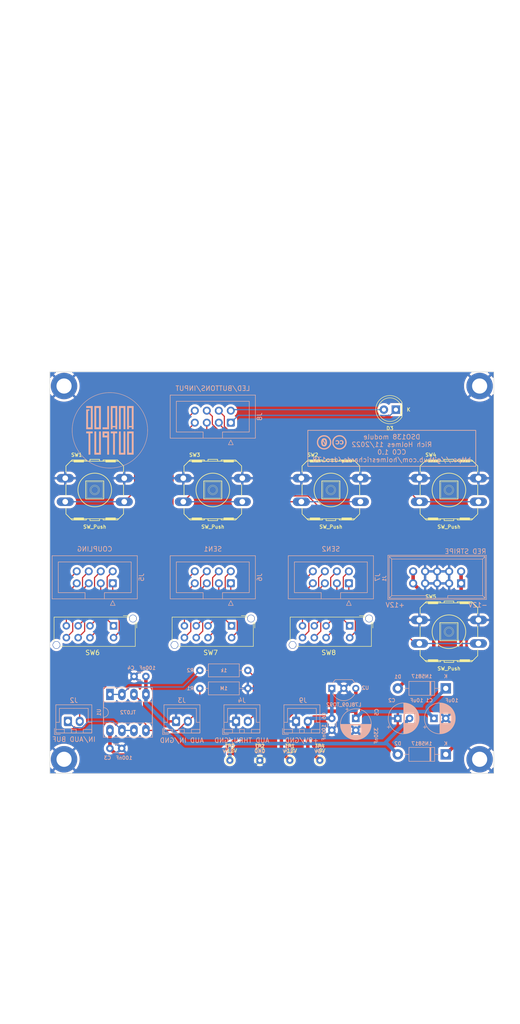
<source format=kicad_pcb>
(kicad_pcb (version 20221018) (generator pcbnew)
  (layers (0 "F.Cu" signal) (31 "B.Cu" signal) (34 "B.Paste" user) (35 "F.Paste" user) (36 "B.SilkS" user "B.Silkscreen") (37 "F.SilkS" user "F.Silkscreen") (38 "B.Mask" user) (39 "F.Mask" user) (44 "Edge.Cuts" user))
  (net 0 "")
  (net 1 "+12V")
  (net 2 "GND")
  (net 3 "-12V")
  (net 4 "/Controls board/+12_IN")
  (net 5 "/Controls board/-12_IN")
  (net 6 "+9V")
  (net 7 "/INPUT")
  (net 8 "/AUDIO_BUF")
  (net 9 "/AUDIO_IN")
  (net 10 "/AUDIO_THROUGH")
  (net 11 "/SW_CPL_DC_A")
  (net 12 "/SW_CPL_DC_B")
  (net 13 "/SW_CPL_COMM_A")
  (net 14 "/SW_CPL_COMM_B")
  (net 15 "/SW_CPL_AC_A")
  (net 16 "/SW_CPL_AC_B")
  (net 17 "/SW_SEN1_10MV_A")
  (net 18 "/SW_SEN1_10MV_B")
  (net 19 "/SW_SEN1_COMM_A")
  (net 20 "/SW_SEN1_COMM_B")
  (net 21 "/SW_SEN1_100MV_A")
  (net 22 "/SW_SEN1_100MV_B")
  (net 23 "/SW_SEN2_X1_A")
  (net 24 "/SW_SEN2_X1_B")
  (net 25 "/SW_SEN2_COMM_A")
  (net 26 "/SW_SEN2_COMM_B")
  (net 27 "/SW_SEN2_X2_A")
  (net 28 "/SW_SEN2_X2_B")
  (net 29 "/SW_HOLDRUN")
  (net 30 "/SW_PLUS")
  (net 31 "/SW_MINUS")
  (net 32 "/SW_SELECT")
  (net 33 "Net-(U1A--)")
  (net 34 "/SW_RESET")
  (net 35 "/SW_CPL_GND_A")
  (net 36 "/SW_CPL_GND_B")
  (net 37 "/SW_SEN1_1V_A")
  (net 38 "/SW_SEN1_1V_B")
  (net 39 "/SW_SEN2_X5_A")
  (net 40 "/SW_SEN2_X5_B")
  (net 41 "/LED_K")
  (net 42 "/LED_A")
  (footprint "AO_tht:MountingHole_3.2mm_Pad" (layer "F.Cu") (at 144 162)
    (fp_text reference "H4" hide)
    (fp_text value "MountingHole_with_pin")
    (pad "1" thru_hole circle (at 0 0) (size 5.6 5.6) (drill 3.2) (layers "*.Cu" "*.Mask") (net 2 "GND"))
  )
  (footprint "AO_tht:MountingHole_3.2mm_Pad" (layer "F.Cu") (at 144 83)
    (fp_text reference "H2" hide)
    (fp_text value "MountingHole_with_pin")
    (pad "1" thru_hole circle (at 0 0) (size 5.6 5.6) (drill 3.2) (layers "*.Cu" "*.Mask") (net 2 "GND"))
  )
  (footprint "AO_tht:TestPoint_THTPad_D1.5mm_Drill0.7mm" (layer "F.Cu") (at 91.11 162.23)
    (fp_text reference "TP3" (at 0 -3.048) (layer "F.SilkS") (effects (font (size 0.75 0.75))))
    (fp_text value "-12V")
    (fp_text user "${VALUE}" (at 0 -1.905) (layer "B.SilkS") (effects (font (size 0.75 0.75)) (justify mirror)))
    (fp_text user "${REFERENCE}" (at 0 -2.921) (layer "B.SilkS") (effects (font (size 0.75 0.75)) (justify mirror)))
    (fp_text user "${VALUE}" (at 0 -2.032) (layer "F.SilkS") (effects (font (size 0.75 0.75))))
    (pad "1" thru_hole circle (at 0 0) (size 1.5 1.5) (drill 0.7) (layers "*.Cu" "*.Mask") (net 3 "-12V"))
  )
  (footprint "AO_tht:Tactile_E-switch_TL1100F160Q" (layer "F.Cu") (at 112.5 105)
    (fp_text reference "SW2" (at -5.08 -6.985) (layer "F.SilkS") (effects (font (size 0.75 0.75)) (justify left bottom)))
    (fp_text value "SW_Push")
    (fp_text user "${VALUE}" (at 0 7.8) (layer "F.SilkS") (effects (font (size 0.75 0.75))))
    (pad "1" thru_hole oval (at -6.2484 -2.4892) (size 3.6068 1.8034) (drill 1.1938) (layers "*.Cu" "*.Mask") (net 2 "GND"))
    (pad "1" thru_hole oval (at 6.2484 -2.4892) (size 3.6068 1.8034) (drill 1.1938) (layers "*.Cu" "*.Mask") (net 2 "GND"))
    (pad "2" thru_hole oval (at -6.2484 2.4892) (size 3.6068 1.8034) (drill 1.1938) (layers "*.Cu" "*.Mask") (net 30 "/SW_PLUS"))
    (pad "2" thru_hole oval (at 6.2484 2.4892) (size 3.6068 1.8034) (drill 1.1938) (layers "*.Cu" "*.Mask") (net 30 "/SW_PLUS"))
  )
  (footprint "AO_tht:Tactile_E-switch_TL1100F160Q" (layer "F.Cu") (at 62.5 105)
    (fp_text reference "SW1" (at -5.08 -6.985) (layer "F.SilkS") (effects (font (size 0.75 0.75)) (justify left bottom)))
    (fp_text value "SW_Push")
    (fp_text user "${VALUE}" (at 0 7.8) (layer "F.SilkS") (effects (font (size 0.75 0.75))))
    (pad "1" thru_hole oval (at -6.2484 -2.4892) (size 3.6068 1.8034) (drill 1.1938) (layers "*.Cu" "*.Mask") (net 2 "GND"))
    (pad "1" thru_hole oval (at 6.2484 -2.4892) (size 3.6068 1.8034) (drill 1.1938) (layers "*.Cu" "*.Mask") (net 2 "GND"))
    (pad "2" thru_hole oval (at -6.2484 2.4892) (size 3.6068 1.8034) (drill 1.1938) (layers "*.Cu" "*.Mask") (net 29 "/SW_HOLDRUN"))
    (pad "2" thru_hole oval (at 6.2484 2.4892) (size 3.6068 1.8034) (drill 1.1938) (layers "*.Cu" "*.Mask") (net 29 "/SW_HOLDRUN"))
  )
  (footprint "AO_tht:LED_D5.0mm" (layer "F.Cu") (at 126.265 88 180)
    (fp_text reference "D3" (at 1.27 -3.96) (layer "F.SilkS") (effects (font (size 0.75 0.75))))
    (fp_text value "LED_green")
    (fp_text user "K" (at -2.7 0) (layer "F.SilkS") (effects (font (size 0.75 0.75))))
    (pad "1" thru_hole rect (at 0 0 180) (size 1.8 1.8) (drill 0.9) (layers "*.Cu" "*.Mask") (net 41 "/LED_K"))
    (pad "2" thru_hole circle (at 2.54 0 180) (size 1.8 1.8) (drill 0.9) (layers "*.Cu" "*.Mask") (net 42 "/LED_A"))
  )
  (footprint "AO_tht:TestPoint_THTPad_D1.5mm_Drill0.7mm" (layer "F.Cu") (at 110.16 162.23)
    (fp_text reference "TP4" (at 0 -3.048) (layer "F.SilkS") (effects (font (size 0.75 0.75))))
    (fp_text value "+9V")
    (fp_text user "${VALUE}" (at 0 -1.905) (layer "B.SilkS") (effects (font (size 0.75 0.75)) (justify mirror)))
    (fp_text user "${REFERENCE}" (at 0 -2.921) (layer "B.SilkS") (effects (font (size 0.75 0.75)) (justify mirror)))
    (fp_text user "${VALUE}" (at 0 -2.032) (layer "F.SilkS") (effects (font (size 0.75 0.75))))
    (pad "1" thru_hole circle (at 0 0) (size 1.5 1.5) (drill 0.7) (layers "*.Cu" "*.Mask") (net 6 "+9V"))
  )
  (footprint "dso138:dso138_behind" (layer "F.Cu") (at 100 100)
    (fp_text reference "GRAF1" hide)
    (fp_text value "Behind" hide)
  )
  (footprint "AO_tht:Tactile_E-switch_TL1100F160Q" (layer "F.Cu") (at 87.5 105)
    (fp_text reference "SW3" (at -5.08 -6.985) (layer "F.SilkS") (effects (font (size 0.75 0.75)) (justify left bottom)))
    (fp_text value "SW_Push")
    (fp_text user "${VALUE}" (at 0 7.8) (layer "F.SilkS") (effects (font (size 0.75 0.75))))
    (pad "1" thru_hole oval (at -6.2484 -2.4892) (size 3.6068 1.8034) (drill 1.1938) (layers "*.Cu" "*.Mask") (net 2 "GND"))
    (pad "1" thru_hole oval (at 6.2484 -2.4892) (size 3.6068 1.8034) (drill 1.1938) (layers "*.Cu" "*.Mask") (net 2 "GND"))
    (pad "2" thru_hole oval (at -6.2484 2.4892) (size 3.6068 1.8034) (drill 1.1938) (layers "*.Cu" "*.Mask") (net 31 "/SW_MINUS"))
    (pad "2" thru_hole oval (at 6.2484 2.4892) (size 3.6068 1.8034) (drill 1.1938) (layers "*.Cu" "*.Mask") (net 31 "/SW_MINUS"))
  )
  (footprint "AO_tht:MountingHole_3.2mm_Pad" (layer "F.Cu") (at 56 162)
    (fp_text reference "H3" hide)
    (fp_text value "MountingHole_with_pin")
    (pad "1" thru_hole circle (at 0 0) (size 5.6 5.6) (drill 3.2) (layers "*.Cu" "*.Mask") (net 2 "GND"))
  )
  (footprint "dso138:SW_CK_OS203012MU5QP1_DP3T" (layer "F.Cu") (at 91.4878 133.7554 180)
    (fp_text reference "SW7" (at 4.445 -5.675) (layer "F.SilkS"))
    (fp_text value "SW_DP3T")
    (pad "" np_thru_hole circle (at -4.1 1.55) (size 1.6 1.6) (drill 1.4) (layers "F&B.Cu" "*.Mask"))
    (pad "" np_thru_hole circle (at 12.1 -4.05) (size 1.6 1.6) (drill 1.4) (layers "F&B.Cu" "*.Mask"))
    (pad "1" thru_hole rect (at 0 0) (size 1.6 1.6) (drill 0.9) (layers "*.Cu" "*.Mask") (net 17 "/SW_SEN1_10MV_A"))
    (pad "2" thru_hole circle (at 5 0) (size 1.6 1.6) (drill 0.9) (layers "*.Cu" "*.Mask") (net 19 "/SW_SEN1_COMM_A"))
    (pad "3" thru_hole circle (at 7.5 0) (size 1.6 1.6) (drill 0.9) (layers "*.Cu" "*.Mask") (net 21 "/SW_SEN1_100MV_A"))
    (pad "4" thru_hole circle (at 10 0) (size 1.6 1.6) (drill 0.9) (layers "*.Cu" "*.Mask") (net 37 "/SW_SEN1_1V_A"))
    (pad "5" thru_hole circle (at 0 -2.5) (size 1.6 1.6) (drill 0.9) (layers "*.Cu" "*.Mask") (net 18 "/SW_SEN1_10MV_B"))
    (pad "6" thru_hole circle (at 5 -2.5) (size 1.6 1.6) (drill 0.9) (layers "*.Cu" "*.Mask") (net 20 "/SW_SEN1_COMM_B"))
    (pad "7" thru_hole circle (at 7.5 -2.5) (size 1.6 1.6) (drill 0.9) (layers "*.Cu" "*.Mask") (net 22 "/SW_SEN1_100MV_B"))
    (pad "8" thru_hole circle (at 10 -2.5) (size 1.6 1.6) (drill 0.9) (layers "*.Cu" "*.Mask") (net 38 "/SW_SEN1_1V_B"))
  )
  (footprint "AO_tht:TestPoint_THTPad_D1.5mm_Drill0.7mm" (layer "F.Cu") (at 103.81 162.23)
    (fp_text reference "TP1" (at 0 -3.048) (layer "F.SilkS") (effects (font (size 0.75 0.75))))
    (fp_text value "+12V")
    (fp_text user "${REFERENCE}" (at 0 -2.921) (layer "B.SilkS") (effects (font (size 0.75 0.75)) (justify mirror)))
    (fp_text user "${VALUE}" (at 0 -1.905) (layer "B.SilkS") (effects (font (size 0.75 0.75)) (justify mirror)))
    (fp_text user "${VALUE}" (at 0 -2.032) (layer "F.SilkS") (effects (font (size 0.75 0.75))))
    (pad "1" thru_hole circle (at 0 0) (size 1.5 1.5) (drill 0.7) (layers "*.Cu" "*.Mask") (net 1 "+12V"))
  )
  (footprint "dso138:SW_CK_OS203012MU5QP1_DP3T" (layer "F.Cu") (at 116.4878 133.7554 180)
    (fp_text reference "SW8" (at 4.445 -5.675) (layer "F.SilkS"))
    (fp_text value "SW_DP3T")
    (pad "" np_thru_hole circle (at -4.1 1.55) (size 1.6 1.6) (drill 1.4) (layers "F&B.Cu" "*.Mask"))
    (pad "" np_thru_hole circle (at 12.1 -4.05) (size 1.6 1.6) (drill 1.4) (layers "F&B.Cu" "*.Mask"))
    (pad "1" thru_hole rect (at 0 0) (size 1.6 1.6) (drill 0.9) (layers "*.Cu" "*.Mask") (net 23 "/SW_SEN2_X1_A"))
    (pad "2" thru_hole circle (at 5 0) (size 1.6 1.6) (drill 0.9) (layers "*.Cu" "*.Mask") (net 25 "/SW_SEN2_COMM_A"))
    (pad "3" thru_hole circle (at 7.5 0) (size 1.6 1.6) (drill 0.9) (layers "*.Cu" "*.Mask") (net 27 "/SW_SEN2_X2_A"))
    (pad "4" thru_hole circle (at 10 0) (size 1.6 1.6) (drill 0.9) (layers "*.Cu" "*.Mask") (net 39 "/SW_SEN2_X5_A"))
    (pad "5" thru_hole circle (at 0 -2.5) (size 1.6 1.6) (drill 0.9) (layers "*.Cu" "*.Mask") (net 24 "/SW_SEN2_X1_B"))
    (pad "6" thru_hole circle (at 5 -2.5) (size 1.6 1.6) (drill 0.9) (layers "*.Cu" "*.Mask") (net 26 "/SW_SEN2_COMM_B"))
    (pad "7" thru_hole circle (at 7.5 -2.5) (size 1.6 1.6) (drill 0.9) (layers "*.Cu" "*.Mask") (net 28 "/SW_SEN2_X2_B"))
    (pad "8" thru_hole circle (at 10 -2.5) (size 1.6 1.6) (drill 0.9) (layers "*.Cu" "*.Mask") (net 40 "/SW_SEN2_X5_B"))
  )
  (footprint "AO_tht:MountingHole_3.2mm_Pad" (layer "F.Cu") (at 56 83)
    (fp_text reference "H1" hide)
    (fp_text value "MountingHole_with_pin")
    (pad "1" thru_hole circle (at 0 0) (size 5.6 5.6) (drill 3.2) (layers "*.Cu" "*.Mask") (net 2 "GND"))
  )
  (footprint "AO_tht:Tactile_E-switch_TL1100F160Q" (layer "F.Cu") (at 137.5 105)
    (fp_text reference "SW4" (at -5.08 -6.985) (layer "F.SilkS") (effects (font (size 0.75 0.75)) (justify left bottom)))
    (fp_text value "SW_Push")
    (fp_text user "${VALUE}" (at 0 7.8) (layer "F.SilkS") (effects (font (size 0.75 0.75))))
    (pad "1" thru_hole oval (at -6.2484 -2.4892) (size 3.6068 1.8034) (drill 1.1938) (layers "*.Cu" "*.Mask") (net 2 "GND"))
    (pad "1" thru_hole oval (at 6.2484 -2.4892) (size 3.6068 1.8034) (drill 1.1938) (layers "*.Cu" "*.Mask") (net 2 "GND"))
    (pad "2" thru_hole oval (at -6.2484 2.4892) (size 3.6068 1.8034) (drill 1.1938) (layers "*.Cu" "*.Mask") (net 32 "/SW_SELECT"))
    (pad "2" thru_hole oval (at 6.2484 2.4892) (size 3.6068 1.8034) (drill 1.1938) (layers "*.Cu" "*.Mask") (net 32 "/SW_SELECT"))
  )
  (footprint "dso138:SW_CK_OS203012MU5QP1_DP3T" (layer "F.Cu") (at 66.4878 133.7554 180)
    (fp_text reference "SW6" (at 4.445 -5.675) (layer "F.SilkS"))
    (fp_text value "SW_DP3T")
    (pad "" np_thru_hole circle (at -4.1 1.55) (size 1.6 1.6) (drill 1.4) (layers "F&B.Cu" "*.Mask"))
    (pad "" np_thru_hole circle (at 12.1 -4.05) (size 1.6 1.6) (drill 1.4) (layers "F&B.Cu" "*.Mask"))
    (pad "1" thru_hole rect (at 0 0) (size 1.6 1.6) (drill 0.9) (layers "*.Cu" "*.Mask") (net 11 "/SW_CPL_DC_A"))
    (pad "2" thru_hole circle (at 5 0) (size 1.6 1.6) (drill 0.9) (layers "*.Cu" "*.Mask") (net 13 "/SW_CPL_COMM_A"))
    (pad "3" thru_hole circle (at 7.5 0) (size 1.6 1.6) (drill 0.9) (layers "*.Cu" "*.Mask") (net 15 "/SW_CPL_AC_A"))
    (pad "4" thru_hole circle (at 10 0) (size 1.6 1.6) (drill 0.9) (layers "*.Cu" "*.Mask") (net 35 "/SW_CPL_GND_A"))
    (pad "5" thru_hole circle (at 0 -2.5) (size 1.6 1.6) (drill 0.9) (layers "*.Cu" "*.Mask") (net 12 "/SW_CPL_DC_B"))
    (pad "6" thru_hole circle (at 5 -2.5) (size 1.6 1.6) (drill 0.9) (layers "*.Cu" "*.Mask") (net 14 "/SW_CPL_COMM_B"))
    (pad "7" thru_hole circle (at 7.5 -2.5) (size 1.6 1.6) (drill 0.9) (layers "*.Cu" "*.Mask") (net 16 "/SW_CPL_AC_B"))
    (pad "8" thru_hole circle (at 10 -2.5) (size 1.6 1.6) (drill 0.9) (layers "*.Cu" "*.Mask") (net 36 "/SW_CPL_GND_B"))
  )
  (footprint "AO_tht:TestPoint_THTPad_D1.5mm_Drill0.7mm" (layer "F.Cu") (at 97.46 162.23)
    (fp_text reference "TP2" (at 0 -3.048) (layer "F.SilkS") (effects (font (size 0.75 0.75))))
    (fp_text value "GND")
    (fp_text user "${REFERENCE}" (at 0 -2.921) (layer "B.SilkS") (effects (font (size 0.75 0.75)) (justify mirror)))
    (fp_text user "${VALUE}" (at 0 -1.905) (layer "B.SilkS") (effects (font (size 0.75 0.75)) (justify mirror)))
    (fp_text user "${VALUE}" (at 0 -2.032) (layer "F.SilkS") (effects (font (size 0.75 0.75))))
    (pad "1" thru_hole circle (at 0 0) (size 1.5 1.5) (drill 0.7) (layers "*.Cu" "*.Mask") (net 2 "GND"))
  )
  (footprint "AO_tht:Tactile_E-switch_TL1100F160Q" (layer "F.Cu") (at 137.5 135)
    (fp_text reference "SW5" (at -5.08 -6.985) (layer "F.SilkS") (effects (font (size 0.75 0.75)) (justify left bottom)))
    (fp_text value "SW_Push")
    (fp_text user "${VALUE}" (at 0 7.8) (layer "F.SilkS") (effects (font (size 0.75 0.75))))
    (pad "1" thru_hole oval (at -6.2484 -2.4892) (size 3.6068 1.8034) (drill 1.1938) (layers "*.Cu" "*.Mask") (net 2 "GND"))
    (pad "1" thru_hole oval (at 6.2484 -2.4892) (size 3.6068 1.8034) (drill 1.1938) (layers "*.Cu" "*.Mask") (net 2 "GND"))
    (pad "2" thru_hole oval (at -6.2484 2.4892) (size 3.6068 1.8034) (drill 1.1938) (layers "*.Cu" "*.Mask") (net 34 "/SW_RESET"))
    (pad "2" thru_hole oval (at 6.2484 2.4892) (size 3.6068 1.8034) (drill 1.1938) (layers "*.Cu" "*.Mask") (net 34 "/SW_RESET"))
  )
  (footprint "Connector_IDC:IDC-Header_2x04_P2.54mm_Vertical" (layer "B.Cu") (at 91.31 90.7525 90)
    (fp_text reference "J8" (at 1.27 6.1 90) (layer "B.SilkS") (effects (justify mirror)))
    (fp_text value "Conn_02x04_Odd_Even")
    (pad "1" thru_hole roundrect (at 0 0 90) (size 1.7 1.7) (drill 1) (layers "*.Cu" "*.Mask") (roundrect_rratio 0.147059) (net 41 "/LED_K"))
    (pad "2" thru_hole circle (at 2.54 0 90) (size 1.7 1.7) (drill 1) (layers "*.Cu" "*.Mask") (net 42 "/LED_A"))
    (pad "3" thru_hole circle (at 0 -2.54 90) (size 1.7 1.7) (drill 1) (layers "*.Cu" "*.Mask") (net 34 "/SW_RESET"))
    (pad "4" thru_hole circle (at 2.54 -2.54 90) (size 1.7 1.7) (drill 1) (layers "*.Cu" "*.Mask") (net 32 "/SW_SELECT"))
    (pad "5" thru_hole circle (at 0 -5.08 90) (size 1.7 1.7) (drill 1) (layers "*.Cu" "*.Mask") (net 31 "/SW_MINUS"))
    (pad "6" thru_hole circle (at 2.54 -5.08 90) (size 1.7 1.7) (drill 1) (layers "*.Cu" "*.Mask") (net 30 "/SW_PLUS"))
    (pad "7" thru_hole circle (at 0 -7.62 90) (size 1.7 1.7) (drill 1) (layers "*.Cu" "*.Mask") (net 7 "/INPUT"))
    (pad "8" thru_hole circle (at 2.54 -7.62 90) (size 1.7 1.7) (drill 1) (layers "*.Cu" "*.Mask") (net 29 "/SW_HOLDRUN"))
  )
  (footprint "Connector_JST:JST_XH_B2B-XH-A_1x02_P2.50mm_Vertical" (layer "B.Cu") (at 79.72 153.975)
    (fp_text reference "J3" (at 1.23 -4.445) (layer "B.SilkS") (effects (justify mirror)))
    (fp_text value "Conn_01x02")
    (pad "1" thru_hole roundrect (at 0 0) (size 1.7 2) (drill 1) (layers "*.Cu" "*.Mask") (roundrect_rratio 0.147059) (net 2 "GND"))
    (pad "2" thru_hole oval (at 2.5 0) (size 1.7 2) (drill 1) (layers "*.Cu" "*.Mask") (net 9 "/AUDIO_IN"))
  )
  (footprint "AO_tht:D_DO-41_SOD81_P10.16mm_Horizontal" (layer "B.Cu") (at 136.83 160.96 180)
    (fp_text reference "D2" (at 10.16 2.286) (layer "B.SilkS") (effects (font (size 0.75 0.75)) (justify mirror)))
    (fp_text value "1N5817")
    (fp_text user "${VALUE}" (at 5.08 2.286) (layer "B.SilkS") (effects (font (size 0.75 0.75)) (justify mirror)))
    (fp_text user "K" (at 0 2.286) (layer "B.SilkS") (effects (font (size 0.75 0.75)) (justify mirror)))
    (pad "1" thru_hole rect (at 0 0 180) (size 2.2 2.2) (drill 1.1) (layers "*.Cu" "*.Mask") (net 5 "/Controls board/-12_IN"))
    (pad "2" thru_hole oval (at 10.16 0 180) (size 2.2 2.2) (drill 1.1) (layers "*.Cu" "*.Mask") (net 3 "-12V"))
  )
  (footprint "AO_tht:CP_Radial_D6.3mm_P2.50mm" (layer "B.Cu") (at 134.33 153.34)
    (fp_text reference "C1" (at -1 -3.81) (layer "B.SilkS") (effects (font (size 0.75 0.75)) (justify mirror)))
    (fp_text value "10uF")
    (fp_text user "${VALUE}" (at 3.77 -3.81) (layer "B.SilkS") (effects (font (size 0.75 0.75)) (justify mirror)))
    (pad "1" thru_hole rect (at 0 0) (size 1.6 1.6) (drill 0.8) (layers "*.Cu" "*.Mask") (net 1 "+12V"))
    (pad "2" thru_hole circle (at 2.5 0) (size 1.6 1.6) (drill 0.8) (layers "*.Cu" "*.Mask") (net 2 "GND"))
  )
  (footprint "Connector_JST:JST_XH_B2B-XH-A_1x02_P2.50mm_Vertical" (layer "B.Cu") (at 56.82 153.975)
    (fp_text reference "J2" (at 1.25 -4.445) (layer "B.SilkS") (effects (justify mirror)))
    (fp_text value "Conn_01x02")
    (pad "1" thru_hole roundrect (at 0 0) (size 1.7 2) (drill 1) (layers "*.Cu" "*.Mask") (roundrect_rratio 0.147059) (net 8 "/AUDIO_BUF"))
    (pad "2" thru_hole oval (at 2.5 0) (size 1.7 2) (drill 1) (layers "*.Cu" "*.Mask") (net 7 "/INPUT"))
  )
  (footprint "Connector_IDC:IDC-Header_2x04_P2.54mm_Vertical" (layer "B.Cu") (at 91.31 124.7525 90)
    (fp_text reference "J6" (at 1.27 6.1 90) (layer "B.SilkS") (effects (justify mirror)))
    (fp_text value "Conn_02x04_Odd_Even")
    (pad "1" thru_hole roundrect (at 0 0 90) (size 1.7 1.7) (drill 1) (layers "*.Cu" "*.Mask") (roundrect_rratio 0.147059) (net 18 "/SW_SEN1_10MV_B"))
    (pad "2" thru_hole circle (at 2.54 0 90) (size 1.7 1.7) (drill 1) (layers "*.Cu" "*.Mask") (net 17 "/SW_SEN1_10MV_A"))
    (pad "3" thru_hole circle (at 0 -2.54 90) (size 1.7 1.7) (drill 1) (layers "*.Cu" "*.Mask") (net 20 "/SW_SEN1_COMM_B"))
    (pad "4" thru_hole circle (at 2.54 -2.54 90) (size 1.7 1.7) (drill 1) (layers "*.Cu" "*.Mask") (net 19 "/SW_SEN1_COMM_A"))
    (pad "5" thru_hole circle (at 0 -5.08 90) (size 1.7 1.7) (drill 1) (layers "*.Cu" "*.Mask") (net 22 "/SW_SEN1_100MV_B"))
    (pad "6" thru_hole circle (at 2.54 -5.08 90) (size 1.7 1.7) (drill 1) (layers "*.Cu" "*.Mask") (net 21 "/SW_SEN1_100MV_A"))
    (pad "7" thru_hole circle (at 0 -7.62 90) (size 1.7 1.7) (drill 1) (layers "*.Cu" "*.Mask") (net 38 "/SW_SEN1_1V_B"))
    (pad "8" thru_hole circle (at 2.54 -7.62 90) (size 1.7 1.7) (drill 1) (layers "*.Cu" "*.Mask") (net 37 "/SW_SEN1_1V_A"))
  )
  (footprint "Connector_IDC:IDC-Header_2x04_P2.54mm_Vertical" (layer "B.Cu") (at 116.31 124.7525 90)
    (fp_text reference "J7" (at 1.27 6.1 90) (layer "B.SilkS") (effects (justify mirror)))
    (fp_text value "Conn_02x04_Odd_Even")
    (pad "1" thru_hole roundrect (at 0 0 90) (size 1.7 1.7) (drill 1) (layers "*.Cu" "*.Mask") (roundrect_rratio 0.147059) (net 24 "/SW_SEN2_X1_B"))
    (pad "2" thru_hole circle (at 2.54 0 90) (size 1.7 1.7) (drill 1) (layers "*.Cu" "*.Mask") (net 23 "/SW_SEN2_X1_A"))
    (pad "3" thru_hole circle (at 0 -2.54 90) (size 1.7 1.7) (drill 1) (layers "*.Cu" "*.Mask") (net 26 "/SW_SEN2_COMM_B"))
    (pad "4" thru_hole circle (at 2.54 -2.54 90) (size 1.7 1.7) (drill 1) (layers "*.Cu" "*.Mask") (net 25 "/SW_SEN2_COMM_A"))
    (pad "5" thru_hole circle (at 0 -5.08 90) (size 1.7 1.7) (drill 1) (layers "*.Cu" "*.Mask") (net 28 "/SW_SEN2_X2_B"))
    (pad "6" thru_hole circle (at 2.54 -5.08 90) (size 1.7 1.7) (drill 1) (layers "*.Cu" "*.Mask") (net 27 "/SW_SEN2_X2_A"))
    (pad "7" thru_hole circle (at 0 -7.62 90) (size 1.7 1.7) (drill 1) (layers "*.Cu" "*.Mask") (net 40 "/SW_SEN2_X5_B"))
    (pad "8" thru_hole circle (at 2.54 -7.62 90) (size 1.7 1.7) (drill 1) (layers "*.Cu" "*.Mask") (net 39 "/SW_SEN2_X5_A"))
  )
  (footprint "AO_tht:CP_Radial_D6.3mm_P2.50mm" (layer "B.Cu") (at 126.67 153.34)
    (fp_text reference "C2" (at -1.27 -3.81) (layer "B.SilkS") (effects (font (size 0.75 0.75)) (justify mirror)))
    (fp_text value "10uF")
    (fp_text user "${VALUE}" (at 4 -3.81) (layer "B.SilkS") (effects (font (size 0.75 0.75)) (justify mirror)))
    (pad "1" thru_hole rect (at 0 0) (size 1.6 1.6) (drill 0.8) (layers "*.Cu" "*.Mask") (net 2 "GND"))
    (pad "2" thru_hole circle (at 2.5 0) (size 1.6 1.6) (drill 0.8) (layers "*.Cu" "*.Mask") (net 3 "-12V"))
  )
  (footprint "Connector_JST:JST_XH_B2B-XH-A_1x02_P2.50mm_Vertical" (layer "B.Cu") (at 92.42 153.975)
    (fp_text reference "J4" (at 1.23 -4.445) (layer "B.SilkS") (effects (justify mirror)))
    (fp_text value "Conn_01x02")
    (pad "1" thru_hole roundrect (at 0 0) (size 1.7 2) (drill 1) (layers "*.Cu" "*.Mask") (roundrect_rratio 0.147059) (net 2 "GND"))
    (pad "2" thru_hole oval (at 2.5 0) (size 1.7 2) (drill 1) (layers "*.Cu" "*.Mask") (net 10 "/AUDIO_THROUGH"))
  )
  (footprint "AO_tht:R_Axial_DIN0207_L6.3mm_D2.5mm_P10.16mm_Horizontal" (layer "B.Cu") (at 84.76 143.18)
    (fp_text reference "R2" (at -2.032 0) (layer "B.SilkS") (effects (font (size 0.75 0.75)) (justify mirror)))
    (fp_text value "1k")
    (fp_text user "${VALUE}" (at 5.08 0) (layer "B.SilkS") (effects (font (size 0.75 0.75)) (justify mirror)))
    (pad "1" thru_hole circle (at 0 0) (size 1.6 1.6) (drill 0.8) (layers "*.Cu" "*.Mask") (net 33 "Net-(U1A--)"))
    (pad "2" thru_hole oval (at 10.16 0) (size 1.6 1.6) (drill 0.8) (layers "*.Cu" "*.Mask") (net 10 "/AUDIO_THROUGH"))
  )
  (footprint "AO_tht:D_DO-41_SOD81_P10.16mm_Horizontal" (layer "B.Cu") (at 136.83 146.99 180)
    (fp_text reference "D1" (at 10.16 2.47) (layer "B.SilkS") (effects (font (size 0.75 0.75)) (justify mirror)))
    (fp_text value "1N5817")
    (fp_text user "K" (at 0 2.54) (layer "B.SilkS") (effects (font (size 0.75 0.75)) (justify mirror)))
    (fp_text user "${VALUE}" (at 5.08 2.54) (layer "B.SilkS") (effects (font (size 0.75 0.75)) (justify mirror)))
    (pad "1" thru_hole rect (at 0 0 180) (size 2.2 2.2) (drill 1.1) (layers "*.Cu" "*.Mask") (net 1 "+12V"))
    (pad "2" thru_hole oval (at 10.16 0 180) (size 2.2 2.2) (drill 1.1) (layers "*.Cu" "*.Mask") (net 4 "/Controls board/+12_IN"))
  )
  (footprint "AO_tht:DIP-8_W7.62mm_Socket_LongPads" (layer "B.Cu") (at 65.72 148.27 -90)
    (fp_text reference "U1" (at 3.81 2.33 90) (layer "B.SilkS") (effects (font (size 0.75 0.75)) (justify mirror)))
    (fp_text value "TL072")
    (fp_text user "${VALUE}" (at 3.81 -3.81) (layer "B.SilkS") (effects (font (size 0.75 0.75)) (justify mirror)))
    (pad "1" thru_hole rect (at 0 0 270) (size 2.4 1.6) (drill 0.8) (layers "*.Cu" "*.Mask") (net 33 "Net-(U1A--)"))
    (pad "2" thru_hole oval (at 0 -2.54 270) (size 2.4 1.6) (drill 0.8) (layers "*.Cu" "*.Mask") (net 33 "Net-(U1A--)"))
    (pad "3" thru_hole oval (at 0 -5.08 270) (size 2.4 1.6) (drill 0.8) (layers "*.Cu" "*.Mask") (net 9 "/AUDIO_IN"))
    (pad "4" thru_hole oval (at 0 -7.62 270) (size 2.4 1.6) (drill 0.8) (layers "*.Cu" "*.Mask") (net 3 "-12V"))
    (pad "5" thru_hole oval (at 7.62 -7.62 270) (size 2.4 1.6) (drill 0.8) (layers "*.Cu" "*.Mask") (net 9 "/AUDIO_IN"))
    (pad "6" thru_hole oval (at 7.62 -5.08 270) (size 2.4 1.6) (drill 0.8) (layers "*.Cu" "*.Mask") (net 8 "/AUDIO_BUF"))
    (pad "7" thru_hole oval (at 7.62 -2.54 270) (size 2.4 1.6) (drill 0.8) (layers "*.Cu" "*.Mask") (net 8 "/AUDIO_BUF"))
    (pad "8" thru_hole oval (at 7.62 0 270) (size 2.4 1.6) (drill 0.8) (layers "*.Cu" "*.Mask") (net 1 "+12V"))
  )
  (footprint "AO_tht:CP_Radial_D6.3mm_P2.50mm" (layer "B.Cu") (at 117.78 153.34 -90)
    (fp_text reference "C5" (at -1.317 -4.418 90) (layer "B.SilkS") (effects (font (size 0.75 0.75)) (justify mirror)))
    (fp_text value "330nF")
    (fp_text user "${VALUE}" (at 3.683 -4.318 90) (layer "B.SilkS") (effects (font (size 0.75 0.75)) (justify mirror)))
    (pad "1" thru_hole rect (at 0 0 270) (size 1.6 1.6) (drill 0.8) (layers "*.Cu" "*.Mask") (net 1 "+12V"))
    (pad "2" thru_hole circle (at 2.5 0 270) (size 1.6 1.6) (drill 0.8) (layers "*.Cu" "*.Mask") (net 2 "GND"))
  )
  (footprint "AO_tht:C_Disc_D3.0mm_W1.6mm_P2.50mm" (layer "B.Cu") (at 70.83 144.46)
    (fp_text reference "C4" (at -0.675 -1.788) (layer "B.SilkS") (effects (font (size 0.75 0.75)) (justify mirror)))
    (fp_text value "100nF")
    (fp_text user "${VALUE}" (at 2.825 -1.788) (layer "B.SilkS") (effects (font (size 0.75 0.75)) (justify mirror)))
    (pad "1" thru_hole circle (at 0 0) (size 1.6 1.6) (drill 0.8) (layers "*.Cu" "*.Mask") (net 2 "GND"))
    (pad "2" thru_hole circle (at 2.5 0) (size 1.6 1.6) (drill 0.8) (layers "*.Cu" "*.Mask") (net 3 "-12V"))
  )
  (footprint "Connector_IDC:IDC-Header_2x04_P2.54mm_Vertical" (layer "B.Cu") (at 66.31 124.7525 90)
    (fp_text reference "J5" (at 1.27 6.1 90) (layer "B.SilkS") (effects (justify mirror)))
    (fp_text value "Conn_02x04_Odd_Even")
    (pad "1" thru_hole roundrect (at 0 0 90) (size 1.7 1.7) (drill 1) (layers "*.Cu" "*.Mask") (roundrect_rratio 0.147059) (net 12 "/SW_CPL_DC_B"))
    (pad "2" thru_hole circle (at 2.54 0 90) (size 1.7 1.7) (drill 1) (layers "*.Cu" "*.Mask") (net 11 "/SW_CPL_DC_A"))
    (pad "3" thru_hole circle (at 0 -2.54 90) (size 1.7 1.7) (drill 1) (layers "*.Cu" "*.Mask") (net 14 "/SW_CPL_COMM_B"))
    (pad "4" thru_hole circle (at 2.54 -2.54 90) (size 1.7 1.7) (drill 1) (layers "*.Cu" "*.Mask") (net 13 "/SW_CPL_COMM_A"))
    (pad "5" thru_hole circle (at 0 -5.08 90) (size 1.7 1.7) (drill 1) (layers "*.Cu" "*.Mask") (net 16 "/SW_CPL_AC_B"))
    (pad "6" thru_hole circle (at 2.54 -5.08 90) (size 1.7 1.7) (drill 1) (layers "*.Cu" "*.Mask") (net 15 "/SW_CPL_AC_A"))
    (pad "7" thru_hole circle (at 0 -7.62 90) (size 1.7 1.7) (drill 1) (layers "*.Cu" "*.Mask") (net 36 "/SW_CPL_GND_B"))
    (pad "8" thru_hole circle (at 2.54 -7.62 90) (size 1.7 1.7) (drill 1) (layers "*.Cu" "*.Mask") (net 35 "/SW_CPL_GND_A"))
  )
  (footprint "AO_tht:Power_Header" (layer "B.Cu") (at 140.08 124.77 90)
    (fp_text reference "J1" (at 1.016 -16.256 90) (layer "B.SilkS") (effects (font (size 0.75 0.75)) (justify mirror)))
    (fp_text value "Synth_power_2x5")
    (fp_text user "-12V" (at -4.572 3.556) (layer "B.SilkS") (effects (justify mirror)))
    (fp_text user "+12V" (at -4.572 -13.97) (layer "B.SilkS") (effects (justify mirror)))
    (fp_text user "RED STRIPE" (at 6.77 0.92 180) (layer "B.SilkS") (effects (justify mirror)))
    (pad "1" thru_hole rect (at 0 0 90) (size 1.7272 1.7272) (drill 1.016) (layers "*.Cu" "*.Mask") (net 5 "/Controls board/-12_IN"))
    (pad "2" thru_hole oval (at 2.54 0 90) (size 1.7272 1.7272) (drill 1.016) (layers "*.Cu" "*.Mask") (net 5 "/Controls board/-12_IN"))
    (pad "3" thru_hole oval (at 0 -2.54 90) (size 1.7272 1.7272) (drill 1.016) (layers "*.Cu" "*.Mask") (net 2 "GND"))
    (pad "4" thru_hole oval (at 2.54 -2.54 90) (size 1.7272 1.7272) (drill 1.016) (layers "*.Cu" "*.Mask") (net 2 "GND"))
    (pad "5" thru_hole oval (at 0 -5.08 90) (size 1.7272 1.7272) (drill 1.016) (layers "*.Cu" "*.Mask") (net 2 "GND"))
    (pad "6" thru_hole oval (at 2.54 -5.08 90) (size 1.7272 1.7272) (drill 1.016) (layers "*.Cu" "*.Mask") (net 2 "GND"))
    (pad "7" thru_hole oval (at 0 -7.62 90) (size 1.7272 1.7272) (drill 1.016) (layers "*.Cu" "*.Mask") (net 2 "GND"))
    (pad "8" thru_hole oval (at 2.54 -7.62 90) (size 1.7272 1.7272) (drill 1.016) (layers "*.Cu" "*.Mask") (net 2 "GND"))
    (pad "9" thru_hole oval (at 0 -10.16 90) (size 1.7272 1.7272) (drill 1.016) (layers "*.Cu" "*.Mask") (net 4 "/Controls board/+12_IN"))
    (pad "10" thru_hole oval (at 2.54 -10.16 90) (size 1.7272 1.7272) (drill 1.016) (layers "*.Cu" "*.Mask") (net 4 "/Controls board/+12_IN"))
  )
  (footprint "AO_tht:C_Disc_D3.0mm_W1.6mm_P2.50mm" (layer "B.Cu") (at 112.7 153.34 -90)
    (fp_text reference "C6" (at -0.5 1.6764 90) (layer "B.SilkS") (effects (font (size 0.75 0.75)) (justify mirror)))
    (fp_text value "100nF")
    (fp_text user "${VALUE}" (at 3 1.6764 90) (layer "B.SilkS") (effects (font (size 0.75 0.75)) (justify mirror)))
    (pad "1" thru_hole circle (at 0 0 270) (size 1.6 1.6) (drill 0.8) (layers "*.Cu" "*.Mask") (net 6 "+9V"))
    (pad "2" thru_hole circle (at 2.5 0 270) (size 1.6 1.6) (drill 0.8) (layers "*.Cu" "*.Mask") (net 2 "GND"))
  )
  (footprint "Connector_JST:JST_XH_B2B-XH-A_1x02_P2.50mm_Vertical" (layer "B.Cu") (at 105.12 153.975)
    (fp_text reference "J9" (at 1.484 -4.445) (layer "B.SilkS") (effects (justify mirror)))
    (fp_text value "Conn_01x02")
    (pad "1" thru_hole roundrect (at 0 0) (size 1.7 2) (drill 1) (layers "*.Cu" "*.Mask") (roundrect_rratio 0.147059) (net 2 "GND"))
    (pad "2" thru_hole oval (at 2.5 0) (size 1.7 2) (drill 1) (layers "*.Cu" "*.Mask") (net 6 "+9V"))
  )
  (footprint "AO_tht:analogoutput" (layer "B.Cu") (at 65.71 92.38 180)
    (fp_text reference "GRAF3" hide)
    (fp_text value "AO logo" hide)
  )
  (footprint "AO_tht:CC0_logo" (layer "B.Cu") (at 112.7 94.92 180)
    (fp_text reference "GRAF2" hide)
    (fp_text value "CC0 logo" hide)
  )
  (footprint "AO_tht:C_Disc_D3.0mm_W1.6mm_P2.50mm" (layer "B.Cu") (at 65.71 159.7)
    (fp_text reference "C3" (at -0.5 2) (layer "B.SilkS") (effects (font (size 0.75 0.75)) (justify mirror)))
    (fp_text value "100nF")
    (fp_text user "${VALUE}" (at 3 2) (layer "B.SilkS") (effects (font (size 0.75 0.75)) (justify mirror)))
    (pad "1" thru_hole circle (at 0 0) (size 1.6 1.6) (drill 0.8) (layers "*.Cu" "*.Mask") (net 1 "+12V"))
    (pad "2" thru_hole circle (at 2.5 0) (size 1.6 1.6) (drill 0.8) (layers "*.Cu" "*.Mask") (net 2 "GND"))
  )
  (footprint "AO_tht:TO-92_Inline_Wide" (layer "B.Cu") (at 112.7 146.99)
    (fp_text reference "U2" (at 7.112 -0.106) (layer "B.SilkS") (effects (font (size 0.75 0.75)) (justify mirror)))
    (fp_text value "L78L09_TO92")
    (fp_text user "${VALUE}" (at 2.54 3.45) (layer "B.SilkS") (effects (font (size 0.75 0.75)) (justify mirror)))
    (pad "1" thru_hole rect (at 0 0 270) (size 1.5 1.5) (drill 0.8) (layers "*.Cu" "*.Mask") (net 6 "+9V"))
    (pad "2" thru_hole circle (at 2.54 0 270) (size 1.5 1.5) (drill 0.8) (layers "*.Cu" "*.Mask") (net 2 "GND"))
    (pad "3" thru_hole circle (at 5.08 0 270) (size 1.5 1.5) (drill 0.8) (layers "*.Cu" "*.Mask") (net 1 "+12V"))
  )
  (footprint "AO_tht:R_Axial_DIN0207_L6.3mm_D2.5mm_P10.16mm_Horizontal" (layer "B.Cu") (at 84.76 146.99)
    (fp_text reference "R1" (at -2.032 0) (layer "B.SilkS") (effects (font (size 0.75 0.75)) (justify mirror)))
    (fp_text value "1M")
    (fp_text user "${VALUE}" (at 5.08 0) (layer "B.SilkS") (effects (font (size 0.75 0.75)) (justify mirror)))
    (pad "1" thru_hole circle (at 0 0) (size 1.6 1.6) (drill 0.8) (layers "*.Cu" "*.Mask") (net 9 "/AUDIO_IN"))
    (pad "2" thru_hole oval (at 10.16 0) (size 1.6 1.6) (drill 0.8) (layers "*.Cu" "*.Mask") (net 2 "GND"))
  )
  (gr_rect (start 107.62 92.38) (end 143.18 100) (stroke (width 0.15)) (fill none) (layer "B.SilkS"))
  (gr_rect (start 53 80) (end 147 165) (stroke (width 0.1)) (fill none) (layer "Edge.Cuts"))
  (gr_text "IN/AUD BUF" (at 58.09 157.785) (layer "B.SilkS") (effects (font (size 1 1)) (justify mirror)))
  (gr_text "SEN1" (at 87.5 117.5) (layer "B.SilkS") (effects (font (size 1 1)) (justify mirror)))
  (gr_text "COUPLING" (at 62.5 117.5) (layer "B.SilkS") (effects (font (size 1 1)) (justify mirror)))
  (gr_text "SEN2\n" (at 112.5 117.5) (layer "B.SilkS") (effects (font (size 1 1)) (justify mirror)))
  (gr_text "AUD THRU/GND" (at 93.65 158) (layer "B.SilkS") (effects (font (size 1 1)) (justify mirror)))
  (gr_text "+9V/GND" (at 106.35 158) (layer "B.SilkS") (effects (font (size 1 1)) (justify mirror)))
  (gr_text "LED/BUTTONS/INPUT" (at 87.5 83.5) (layer "B.SilkS") (effects (font (size 1 1)) (justify mirror)))
  (gr_text "DSO138 module\nRich Holmes 11/2022\nCC0 1.0\nhttps://github.com/holmesrichards/dso138" (at 125.4 96.19) (layer "B.SilkS") (effects (font (size 1 1)) (justify mirror)))
  (gr_text "AUD IN/GND" (at 80.95 158) (layer "B.SilkS") (effects (font (size 1 1)) (justify mirror)))
  (segment (start 117.78 151.816) (end 104.691563 151.816) (width 0.75) (layer "F.Cu") (net 1))
  (segment (start 102.02 154.487563) (end 102.02 156.63) (width 0.75) (layer "F.Cu") (net 1))
  (segment (start 65.72 159.69) (end 65.72 155.89) (width 0.75) (layer "F.Cu") (net 1))
  (segment (start 93.495456 156.63) (end 102.02 156.63) (width 0.75) (layer "F.Cu") (net 1))
  (segment (start 89.000456 161.125) (end 93.495456 156.63) (width 0.75) (layer "F.Cu") (net 1))
  (segment (start 117.78 146.99) (end 117.78 153.34) (width 0.75) (layer "F.Cu") (net 1))
  (segment (start 104.691563 151.816) (end 102.02 154.487563) (width 0.75) (layer "F.Cu") (net 1))
  (segment (start 67.135 161.125) (end 89.000456 161.125) (width 0.75) (layer "F.Cu") (net 1))
  (segment (start 65.71 159.7) (end 67.135 161.125) (width 0.75) (layer "F.Cu") (net 1))
  (segment (start 102.02 156.63) (end 102.02 160.44) (width 0.75) (layer "F.Cu") (net 1))
  (segment (start 102.02 160.44) (end 103.81 162.23) (width 0.75) (layer "F.Cu") (net 1))
  (segment (start 119.205 151.915) (end 132.905 151.915) (width 0.75) (layer "B.Cu") (net 1))
  (segment (start 117.78 153.34) (end 119.205 151.915) (width 0.75) (layer "B.Cu") (net 1))
  (segment (start 132.905 151.915) (end 134.33 153.34) (width 0.75) (layer "B.Cu") (net 1))
  (segment (start 132.905 150.915) (end 136.83 146.99) (width 0.75) (layer "B.Cu") (net 1))
  (segment (start 132.905 151.915) (end 132.905 150.915) (width 0.75) (layer "B.Cu") (net 1))
  (segment (start 73.33 144.46) (end 73.33 148.26) (width 0.75) (layer "F.Cu") (net 3))
  (segment (start 81.832563 158.675) (end 73.34 150.182437) (width 0.75) (layer "B.Cu") (net 3))
  (segment (start 91.11 162.23) (end 91.11 158.674) (width 0.75) (layer "B.Cu") (net 3))
  (segment (start 124.385 158.675) (end 126.67 160.96) (width 0.75) (layer "B.Cu") (net 3))
  (segment (start 123.835 158.675) (end 124.385 158.675) (width 0.75) (layer "B.Cu") (net 3))
  (segment (start 129.17 153.34) (end 123.835 158.675) (width 0.75) (layer "B.Cu") (net 3))
  (segment (start 73.34 150.182437) (end 73.34 148.27) (width 0.75) (layer "B.Cu") (net 3))
  (segment (start 123.835 158.675) (end 81.832563 158.675) (width 0.75) (layer "B.Cu") (net 3))
  (segment (start 126.67 146.99) (end 134.29 139.37) (width 0.75) (layer "F.Cu") (net 4))
  (segment (start 134.29 129.14) (end 129.92 124.77) (width 0.75) (layer "F.Cu") (net 4))
  (segment (start 134.29 139.37) (end 134.29 129.14) (width 0.75) (layer "F.Cu") (net 4))
  (segment (start 129.92 124.77) (end 129.92 122.23) (width 0.75) (layer "F.Cu") (net 4))
  (segment (start 140.08 157.71) (end 140.08 122.23) (width 0.75) (layer "F.Cu") (net 5))
  (segment (start 136.83 160.96) (end 140.08 157.71) (width 0.75) (layer "F.Cu") (net 5))
  (segment (start 110.16 162.23) (end 107.62 159.69) (width 0.75) (layer "F.Cu") (net 6))
  (segment (start 107.62 159.69) (end 107.62 153.975) (width 0.75) (layer "F.Cu") (net 6))
  (segment (start 108.255 153.34) (end 107.62 153.975) (width 0.75) (layer "B.Cu") (net 6))
  (segment (start 112.7 146.99) (end 112.7 153.34) (width 0.75) (layer "B.Cu") (net 6))
  (segment (start 112.7 153.34) (end 108.255 153.34) (width 0.75) (layer "B.Cu") (net 6))
  (segment (start 79.0732 95.4043) (end 83.69 90.7875) (width 0.25) (layer "F.Cu") (net 7))
  (segment (start 59.32 152.11) (end 79.0732 132.3568) (width 0.25) (layer "F.Cu") (net 7))
  (segment (start 59.32 153.975) (end 59.32 152.11) (width 0.25) (layer "F.Cu") (net 7))
  (segment (start 79.0732 132.3568) (end 79.0732 95.4043) (width 0.25) (layer "F.Cu") (net 7))
  (segment (start 59.806701 155.3) (end 61.131701 153.975) (width 0.25) (layer "B.Cu") (net 8))
  (segment (start 56.82 153.975) (end 58.145 155.3) (width 0.25) (layer "B.Cu") (net 8))
  (segment (start 61.131701 153.975) (end 66.345 153.975) (width 0.25) (layer "B.Cu") (net 8))
  (segment (start 58.145 155.3) (end 59.806701 155.3) (width 0.25) (layer "B.Cu") (net 8))
  (segment (start 66.345 153.975) (end 68.26 155.89) (width 0.25) (layer "B.Cu") (net 8))
  (segment (start 68.26 155.89) (end 70.8 155.89) (width 0.25) (layer "B.Cu") (net 8))
  (segment (start 72.07 153.36) (end 73.34 154.63) (width 0.25) (layer "F.Cu") (net 9))
  (segment (start 80.038883 155.89) (end 81.953883 153.975) (width 0.25) (layer "F.Cu") (net 9))
  (segment (start 73.34 155.89) (end 80.038883 155.89) (width 0.25) (layer "F.Cu") (net 9))
  (segment (start 72.07 149.54) (end 72.07 153.36) (width 0.25) (layer "F.Cu") (net 9))
  (segment (start 70.8 148.27) (end 72.07 149.54) (width 0.25) (layer "F.Cu") (net 9))
  (segment (start 84.76 146.99) (end 84.76 151.435) (width 0.25) (layer "F.Cu") (net 9))
  (segment (start 73.34 154.63) (end 73.34 155.89) (width 0.25) (layer "F.Cu") (net 9))
  (segment (start 84.76 151.435) (end 82.22 153.975) (width 0.25) (layer "F.Cu") (net 9))
  (segment (start 94.92 143.18) (end 96.095 144.355) (width 0.25) (layer "F.Cu") (net 10))
  (segment (start 96.095 144.355) (end 96.095 152.8) (width 0.25) (layer "F.Cu") (net 10))
  (segment (start 96.095 152.8) (end 94.92 153.975) (width 0.25) (layer "F.Cu") (net 10))
  (segment (start 65.135 123.4225) (end 65.135 132.4026) (width 0.25) (layer "F.Cu") (net 11))
  (segment (start 65.135 132.4026) (end 66.4878 133.7554) (width 0.25) (layer "F.Cu") (net 11))
  (segment (start 66.31 122.2475) (end 65.135 123.4225) (width 0.25) (layer "F.Cu") (net 11))
  (segment (start 67.6638 135.0794) (end 66.4878 136.2554) (width 0.25) (layer "F.Cu") (net 12))
  (segment (start 66.31 124.7875) (end 66.31 131.207) (width 0.25) (layer "F.Cu") (net 12))
  (segment (start 67.6638 132.5608) (end 67.6638 135.0794) (width 0.25) (layer "F.Cu") (net 12))
  (segment (start 66.31 131.207) (end 67.6638 132.5608) (width 0.25) (layer "F.Cu") (net 12))
  (segment (start 63.77 122.2475) (end 62.4568 123.5607) (width 0.25) (layer "F.Cu") (net 13))
  (segment (start 62.4568 123.5607) (end 62.4568 132.7864) (width 0.25) (layer "F.Cu") (net 13))
  (segment (start 62.4568 132.7864) (end 61.4878 133.7554) (width 0.25) (layer "F.Cu") (net 13))
  (segment (start 63.77 133.9732) (end 61.4878 136.2554) (width 0.25) (layer "F.Cu") (net 14))
  (segment (start 63.77 124.7875) (end 63.77 133.9732) (width 0.25) (layer "F.Cu") (net 14))
  (segment (start 59.9128 132.8304) (end 58.9878 133.7554) (width 0.25) (layer "F.Cu") (net 15))
  (segment (start 61.23 122.2475) (end 59.9128 123.5647) (width 0.25) (layer "F.Cu") (net 15))
  (segment (start 59.9128 123.5647) (end 59.9128 132.8304) (width 0.25) (layer "F.Cu") (net 15))
  (segment (start 61.23 124.7875) (end 60.3628 125.6547) (width 0.25) (layer "F.Cu") (net 16))
  (segment (start 60.3628 134.8804) (end 58.9878 136.2554) (width 0.25) (layer "F.Cu") (net 16))
  (segment (start 60.3628 125.6547) (end 60.3628 134.8804) (width 0.25) (layer "F.Cu") (net 16))
  (segment (start 91.31 122.2475) (end 90.135 123.4225) (width 0.25) (layer "F.Cu") (net 17))
  (segment (start 90.135 123.4225) (end 90.135 132.4026) (width 0.25) (layer "F.Cu") (net 17))
  (segment (start 90.135 132.4026) (end 91.4878 133.7554) (width 0.25) (layer "F.Cu") (net 17))
  (segment (start 92.6638 135.0794) (end 91.4878 136.2554) (width 0.25) (layer "F.Cu") (net 18))
  (segment (start 91.31 124.7875) (end 91.31 131.207) (width 0.25) (layer "F.Cu") (net 18))
  (segment (start 92.6638 132.5608) (end 92.6638 135.0794) (width 0.25) (layer "F.Cu") (net 18))
  (segment (start 91.31 131.207) (end 92.6638 132.5608) (width 0.25) (layer "F.Cu") (net 18))
  (segment (start 87.4568 132.7864) (end 86.4878 133.7554) (width 0.25) (layer "F.Cu") (net 19))
  (segment (start 88.77 122.2475) (end 87.4568 123.5607) (width 0.25) (layer "F.Cu") (net 19))
  (segment (start 87.4568 123.5607) (end 87.4568 132.7864) (width 0.25) (layer "F.Cu") (net 19))
  (segment (start 88.77 124.7875) (end 88.77 133.9732) (width 0.25) (layer "F.Cu") (net 20))
  (segment (start 88.77 133.9732) (end 86.4878 136.2554) (width 0.25) (layer "F.Cu") (net 20))
  (segment (start 84.9128 132.8304) (end 83.9878 133.7554) (width 0.25) (layer "F.Cu") (net 21))
  (segment (start 84.9128 123.5647) (end 84.9128 132.8304) (width 0.25) (layer "F.Cu") (net 21))
  (segment (start 86.23 122.2475) (end 84.9128 123.5647) (width 0.25) (layer "F.Cu") (net 21))
  (segment (start 85.3628 134.8804) (end 83.9878 136.2554) (width 0.25) (layer "F.Cu") (net 22))
  (segment (start 85.3628 125.6547) (end 85.3628 134.8804) (width 0.25) (layer "F.Cu") (net 22))
  (segment (start 86.23 124.7875) (end 85.3628 125.6547) (width 0.25) (layer "F.Cu") (net 22))
  (segment (start 115.135 132.4026) (end 116.4878 133.7554) (width 0.25) (layer "F.Cu") (net 23))
  (segment (start 115.135 123.4225) (end 115.135 132.4026) (width 0.25) (layer "F.Cu") (net 23))
  (segment (start 116.31 122.2475) (end 115.135 123.4225) (width 0.25) (layer "F.Cu") (net 23))
  (segment (start 116.31 124.7875) (end 116.31 131.207) (width 0.25) (layer "F.Cu") (net 24))
  (segment (start 116.31 131.207) (end 117.6638 132.5608) (width 0.25) (layer "F.Cu") (net 24))
  (segment (start 117.6638 132.5608) (end 117.6638 135.0794) (width 0.25) (layer "F.Cu") (net 24))
  (segment (start 117.6638 135.0794) (end 116.4878 136.2554) (width 0.25) (layer "F.Cu") (net 24))
  (segment (start 112.4568 132.7864) (end 111.4878 133.7554) (width 0.25) (layer "F.Cu") (net 25))
  (segment (start 112.4568 123.5607) (end 112.4568 132.7864) (width 0.25) (layer "F.Cu") (net 25))
  (segment (start 113.77 122.2475) (end 112.4568 123.5607) (width 0.25) (layer "F.Cu") (net 25))
  (segment (start 113.77 124.7875) (end 113.77 133.9732) (width 0.25) (layer "F.Cu") (net 26))
  (segment (start 113.77 133.9732) (end 111.4878 136.2554) (width 0.25) (layer "F.Cu") (net 26))
  (segment (start 111.23 122.2475) (end 109.9128 123.5647) (width 0.25) (layer "F.Cu") (net 27))
  (segment (start 109.9128 132.8304) (end 108.9878 133.7554) (width 0.25) (layer "F.Cu") (net 27))
  (segment (start 109.9128 123.5647) (end 109.9128 132.8304) (width 0.25) (layer "F.Cu") (net 27))
  (segment (start 110.3628 125.6547) (end 110.3628 134.8804) (width 0.25) (layer "F.Cu") (net 28))
  (segment (start 111.23 124.7875) (end 110.3628 125.6547) (width 0.25) (layer "F.Cu") (net 28))
  (segment (start 110.3628 134.8804) (end 108.9878 136.2554) (width 0.25) (layer "F.Cu") (net 28))
  (segment (start 70.9268 105.3108) (end 70.9268 101.0107) (width 0.25) (layer "F.Cu") (net 29))
  (segment (start 68.7484 107.4892) (end 70.9268 105.3108) (width 0.25) (layer "F.Cu") (net 29))
  (segment (start 70.9268 101.0107) (end 83.69 88.2475) (width 0.25) (layer "F.Cu") (net 29))
  (segment (start 56.2516 107.4892) (end 68.7484 107.4892) (width 0.25) (layer "B.Cu") (net 29))
  (segment (start 87.4045 89.422) (end 86.23 88.2475) (width 0.25) (layer "F.Cu") (net 30))
  (segment (start 87.4045 91.083701) (end 87.4045 89.422) (width 0.25) (layer "F.Cu") (net 30))
  (segment (start 106.2516 107.4892) (end 103.809999 107.4892) (width 0.25) (layer "F.Cu") (net 30))
  (segment (start 103.809999 107.4892) (end 87.4045 91.083701) (width 0.25) (layer "F.Cu") (net 30))
  (segment (start 106.2516 107.4892) (end 118.7484 107.4892) (width 0.25) (layer "B.Cu") (net 30))
  (segment (start 81.2516 107.4892) (end 86.23 102.5108) (width 0.25) (layer "F.Cu") (net 31))
  (segment (start 86.23 102.5108) (end 86.23 90.7875) (width 0.25) (layer "F.Cu") (net 31))
  (segment (start 81.2516 107.4892) (end 93.7484 107.4892) (width 0.25) (layer "B.Cu") (net 31))
  (segment (start 89.945 91.514601) (end 89.945 89.4225) (width 0.25) (layer "F.Cu") (net 32))
  (segment (start 104.243398 105.812999) (end 89.945 91.514601) (width 0.25) (layer "F.Cu") (net 32))
  (segment (start 89.945 89.4225) (end 88.77 88.2475) (width 0.25) (layer "F.Cu") (net 32))
  (segment (start 131.2516 107.4892) (end 129.575399 105.812999) (width 0.25) (layer "F.Cu") (net 32))
  (segment (start 129.575399 105.812999) (end 104.243398 105.812999) (width 0.25) (layer "F.Cu") (net 32))
  (segment (start 131.2516 107.4892) (end 143.7484 107.4892) (width 0.25) (layer "B.Cu") (net 32))
  (segment (start 68.26 148.27) (end 65.72 148.27) (width 0.25) (layer "B.Cu") (net 33))
  (segment (start 81.245 146.695) (end 84.76 143.18) (width 0.25) (layer "B.Cu") (net 33))
  (segment (start 68.26 148.27) (end 69.835 146.695) (width 0.25) (layer "B.Cu") (net 33))
  (segment (start 69.835 146.695) (end 81.245 146.695) (width 0.25) (layer "B.Cu") (net 33))
  (segment (start 104.057209 106.2625) (end 88.77 90.975291) (width 0.25) (layer "F.Cu") (net 34))
  (segment (start 107.661416 106.2625) (end 104.057209 106.2625) (width 0.25) (layer "F.Cu") (net 34))
  (segment (start 128.943501 136.082801) (end 128.943501 127.544585) (width 0.25) (layer "F.Cu") (net 34))
  (segment (start 130.3499 137.4892) (end 128.943501 136.082801) (width 0.25) (layer "F.Cu") (net 34))
  (segment (start 128.943501 127.544585) (end 107.661416 106.2625) (width 0.25) (layer "F.Cu") (net 34))
  (segment (start 131.2516 137.4892) (end 143.7484 137.4892) (width 0.25) (layer "B.Cu") (net 34))
  (segment (start 56.4878 124.4497) (end 56.4878 133.7554) (width 0.25) (layer "F.Cu") (net 35))
  (segment (start 58.69 122.2475) (end 56.4878 124.4497) (width 0.25) (layer "F.Cu") (net 35))
  (segment (start 57.84 134.9032) (end 56.4878 136.2554) (width 0.25) (layer "F.Cu") (net 36))
  (segment (start 58.69 124.7875) (end 57.84 125.6375) (width 0.25) (layer "F.Cu") (net 36))
  (segment (start 57.84 125.6375) (end 57.84 134.9032) (width 0.25) (layer "F.Cu") (net 36))
  (segment (start 83.69 122.2475) (end 81.4878 124.4497) (width 0.25) (layer "F.Cu") (net 37))
  (segment (start 81.4878 124.4497) (end 81.4878 133.7554) (width 0.25) (layer "F.Cu") (net 37))
  (segment (start 83.69 124.7875) (end 82.84 125.6375) (width 0.25) (layer "F.Cu") (net 38))
  (segment (start 82.84 125.6375) (end 82.84 134.9032) (width 0.25) (layer "F.Cu") (net 38))
  (segment (start 82.84 134.9032) (end 81.4878 136.2554) (width 0.25) (layer "F.Cu") (net 38))
  (segment (start 108.69 122.2475) (end 106.4878 124.4497) (width 0.25) (layer "F.Cu") (net 39))
  (segment (start 106.4878 124.4497) (end 106.4878 133.7554) (width 0.25) (layer "F.Cu") (net 39))
  (segment (start 108.69 124.7875) (end 107.84 125.6375) (width 0.25) (layer "F.Cu") (net 40))
  (segment (start 107.84 134.9032) (end 106.4878 136.2554) (width 0.25) (layer "F.Cu") (net 40))
  (segment (start 107.84 125.6375) (end 107.84 134.9032) (width 0.25) (layer "F.Cu") (net 40))
  (segment (start 123.197588 89.205) (end 123.217588 89.225) (width 0.25) (layer "B.Cu") (net 41))
  (segment (start 123.217588 89.225) (end 125.04 89.225) (width 0.25) (layer "B.Cu") (net 41))
  (segment (start 91.31 90.7875) (end 92.8925 89.205) (width 0.25) (layer "B.Cu") (net 41))
  (segment (start 92.8925 89.205) (end 123.197588 89.205) (width 0.25) (layer "B.Cu") (net 41))
  (segment (start 125.04 89.225) (end 126.265 88) (width 0.25) (layer "B.Cu") (net 41))
  (segment (start 91.5575 88) (end 123.725 88) (width 0.25) (layer "B.Cu") (net 42))
  (zone (net 2) (net_name "GND") (layers "F&B.Cu") (connect_pads (clearance 0.508)) (min_thickness 0.254) (fill yes (thermal_gap 0.508) (thermal_bridge_width 0.508))
    (polygon (pts (xy 147 165) (xy 53 165) (xy 53 80) (xy 147 80)))
  )
)
</source>
